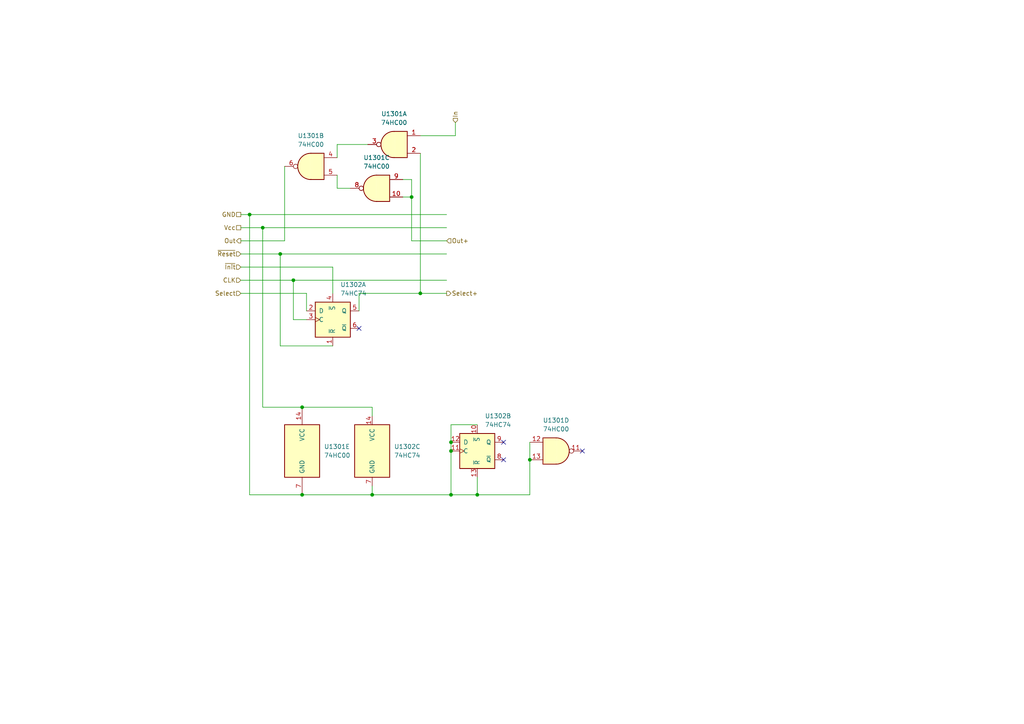
<source format=kicad_sch>
(kicad_sch (version 20231120) (generator "eeschema") (generator_version "8.0")
  (paper "A4")
  (title_block (title "SelectorDaisy") (comment 1 "When daisy chained, each selected outputs are accumlated by OR.") (comment 2 "CLK to update selection.") (comment 3 "Outputs input if selected."))
  (lib_symbols
    (symbol "74xx:74HC00" (pin_names (offset 1.016))
      (property "Reference" "U" (at 0 1.27 0))
      (property "Value" "74HC00" (at 0 -1.27 0))
      (symbol "74HC00_1_1"
        (arc (start 0 -3.81) (mid 3.7934 0) (end 0 3.81) (stroke (width 0.254)) (fill (type background)))
        (polyline (pts (xy 0 3.81) (xy -3.81 3.81) (xy -3.81 -3.81) (xy 0 -3.81)) (stroke (width 0.254)) (fill (type background)))
        (pin input line (at -7.62 2.54 0) (length 3.81) (name "~") (number "1"))
        (pin input line (at -7.62 -2.54 0) (length 3.81) (name "~") (number "2"))
        (pin output inverted (at 7.62 0 180) (length 3.81) (name "~") (number "3"))
      )
      (symbol "74HC00_1_2"
        (arc (start -3.81 -3.81) (mid -2.589 0) (end -3.81 3.81) (stroke (width 0.254)))
        (arc (start -0.6096 -3.81) (mid 2.1842 -2.5851) (end 3.81 0) (stroke (width 0.254)) (fill (type background)))
        (polyline (pts (xy -3.81 -3.81) (xy -0.635 -3.81)) (stroke (width 0.254)) (fill (type background)))
        (polyline (pts (xy -3.81 3.81) (xy -0.635 3.81)) (stroke (width 0.254)) (fill (type background)))
        (polyline (pts (xy -0.635 3.81) (xy -3.81 3.81) (xy -3.81 3.81) (xy -3.556 3.4036) (xy -3.0226 2.2606) (xy -2.6924 1.0414) (xy -2.6162 -0.254) (xy -2.7686 -1.4986) (xy -3.175 -2.7178) (xy -3.81 -3.81) (xy -3.81 -3.81) (xy -0.635 -3.81)) (stroke (width -25.4)) (fill (type background)))
        (arc (start 3.81 0) (mid 2.1915 2.5936) (end -0.6096 3.81) (stroke (width 0.254)) (fill (type background)))
        (pin input inverted (at -7.62 2.54 0) (length 4.318) (name "~") (number "1"))
        (pin input inverted (at -7.62 -2.54 0) (length 4.318) (name "~") (number "2"))
        (pin output line (at 7.62 0 180) (length 3.81) (name "~") (number "3"))
      )
      (symbol "74HC00_2_1"
        (arc (start 0 -3.81) (mid 3.7934 0) (end 0 3.81) (stroke (width 0.254)) (fill (type background)))
        (polyline (pts (xy 0 3.81) (xy -3.81 3.81) (xy -3.81 -3.81) (xy 0 -3.81)) (stroke (width 0.254)) (fill (type background)))
        (pin input line (at -7.62 2.54 0) (length 3.81) (name "~") (number "4"))
        (pin input line (at -7.62 -2.54 0) (length 3.81) (name "~") (number "5"))
        (pin output inverted (at 7.62 0 180) (length 3.81) (name "~") (number "6"))
      )
      (symbol "74HC00_2_2"
        (arc (start -3.81 -3.81) (mid -2.589 0) (end -3.81 3.81) (stroke (width 0.254)))
        (arc (start -0.6096 -3.81) (mid 2.1842 -2.5851) (end 3.81 0) (stroke (width 0.254)) (fill (type background)))
        (polyline (pts (xy -3.81 -3.81) (xy -0.635 -3.81)) (stroke (width 0.254)) (fill (type background)))
        (polyline (pts (xy -3.81 3.81) (xy -0.635 3.81)) (stroke (width 0.254)) (fill (type background)))
        (polyline (pts (xy -0.635 3.81) (xy -3.81 3.81) (xy -3.81 3.81) (xy -3.556 3.4036) (xy -3.0226 2.2606) (xy -2.6924 1.0414) (xy -2.6162 -0.254) (xy -2.7686 -1.4986) (xy -3.175 -2.7178) (xy -3.81 -3.81) (xy -3.81 -3.81) (xy -0.635 -3.81)) (stroke (width -25.4)) (fill (type background)))
        (arc (start 3.81 0) (mid 2.1915 2.5936) (end -0.6096 3.81) (stroke (width 0.254)) (fill (type background)))
        (pin input inverted (at -7.62 2.54 0) (length 4.318) (name "~") (number "4"))
        (pin input inverted (at -7.62 -2.54 0) (length 4.318) (name "~") (number "5"))
        (pin output line (at 7.62 0 180) (length 3.81) (name "~") (number "6"))
      )
      (symbol "74HC00_3_1"
        (arc (start 0 -3.81) (mid 3.7934 0) (end 0 3.81) (stroke (width 0.254)) (fill (type background)))
        (polyline (pts (xy 0 3.81) (xy -3.81 3.81) (xy -3.81 -3.81) (xy 0 -3.81)) (stroke (width 0.254)) (fill (type background)))
        (pin input line (at -7.62 -2.54 0) (length 3.81) (name "~") (number "10"))
        (pin output inverted (at 7.62 0 180) (length 3.81) (name "~") (number "8"))
        (pin input line (at -7.62 2.54 0) (length 3.81) (name "~") (number "9"))
      )
      (symbol "74HC00_3_2"
        (arc (start -3.81 -3.81) (mid -2.589 0) (end -3.81 3.81) (stroke (width 0.254)))
        (arc (start -0.6096 -3.81) (mid 2.1842 -2.5851) (end 3.81 0) (stroke (width 0.254)) (fill (type background)))
        (polyline (pts (xy -3.81 -3.81) (xy -0.635 -3.81)) (stroke (width 0.254)) (fill (type background)))
        (polyline (pts (xy -3.81 3.81) (xy -0.635 3.81)) (stroke (width 0.254)) (fill (type background)))
        (polyline (pts (xy -0.635 3.81) (xy -3.81 3.81) (xy -3.81 3.81) (xy -3.556 3.4036) (xy -3.0226 2.2606) (xy -2.6924 1.0414) (xy -2.6162 -0.254) (xy -2.7686 -1.4986) (xy -3.175 -2.7178) (xy -3.81 -3.81) (xy -3.81 -3.81) (xy -0.635 -3.81)) (stroke (width -25.4)) (fill (type background)))
        (arc (start 3.81 0) (mid 2.1915 2.5936) (end -0.6096 3.81) (stroke (width 0.254)) (fill (type background)))
        (pin input inverted (at -7.62 -2.54 0) (length 4.318) (name "~") (number "10"))
        (pin output line (at 7.62 0 180) (length 3.81) (name "~") (number "8"))
        (pin input inverted (at -7.62 2.54 0) (length 4.318) (name "~") (number "9"))
      )
      (symbol "74HC00_4_1"
        (arc (start 0 -3.81) (mid 3.7934 0) (end 0 3.81) (stroke (width 0.254)) (fill (type background)))
        (polyline (pts (xy 0 3.81) (xy -3.81 3.81) (xy -3.81 -3.81) (xy 0 -3.81)) (stroke (width 0.254)) (fill (type background)))
        (pin output inverted (at 7.62 0 180) (length 3.81) (name "~") (number "11"))
        (pin input line (at -7.62 2.54 0) (length 3.81) (name "~") (number "12"))
        (pin input line (at -7.62 -2.54 0) (length 3.81) (name "~") (number "13"))
      )
      (symbol "74HC00_4_2"
        (arc (start -3.81 -3.81) (mid -2.589 0) (end -3.81 3.81) (stroke (width 0.254)))
        (arc (start -0.6096 -3.81) (mid 2.1842 -2.5851) (end 3.81 0) (stroke (width 0.254)) (fill (type background)))
        (polyline (pts (xy -3.81 -3.81) (xy -0.635 -3.81)) (stroke (width 0.254)) (fill (type background)))
        (polyline (pts (xy -3.81 3.81) (xy -0.635 3.81)) (stroke (width 0.254)) (fill (type background)))
        (polyline (pts (xy -0.635 3.81) (xy -3.81 3.81) (xy -3.81 3.81) (xy -3.556 3.4036) (xy -3.0226 2.2606) (xy -2.6924 1.0414) (xy -2.6162 -0.254) (xy -2.7686 -1.4986) (xy -3.175 -2.7178) (xy -3.81 -3.81) (xy -3.81 -3.81) (xy -0.635 -3.81)) (stroke (width -25.4)) (fill (type background)))
        (arc (start 3.81 0) (mid 2.1915 2.5936) (end -0.6096 3.81) (stroke (width 0.254)) (fill (type background)))
        (pin output line (at 7.62 0 180) (length 3.81) (name "~") (number "11"))
        (pin input inverted (at -7.62 2.54 0) (length 4.318) (name "~") (number "12"))
        (pin input inverted (at -7.62 -2.54 0) (length 4.318) (name "~") (number "13"))
      )
      (symbol "74HC00_5_0"
        (pin power_in line (at 0 12.7 270) (length 5.08) (name "VCC") (number "14"))
        (pin power_in line (at 0 -12.7 90) (length 5.08) (name "GND") (number "7"))
      )
      (symbol "74HC00_5_1"
        (rectangle (start -5.08 7.62) (end 5.08 -7.62) (stroke (width 0.254)) (fill (type background)))
      )
    )
    (symbol "74xx:74HC74" (pin_names (offset 1.016))
      (property "Reference" "U" (at -7.62 8.89 0))
      (property "Value" "74HC74" (at -7.62 -8.89 0))
      (symbol "74HC74_1_0"
        (pin input line (at 0 -7.62 90) (length 2.54) (name "~{R}") (number "1"))
        (pin input line (at -7.62 2.54 0) (length 2.54) (name "D") (number "2"))
        (pin input clock (at -7.62 0 0) (length 2.54) (name "C") (number "3"))
        (pin input line (at 0 7.62 270) (length 2.54) (name "~{S}") (number "4"))
        (pin output line (at 7.62 2.54 180) (length 2.54) (name "Q") (number "5"))
        (pin output line (at 7.62 -2.54 180) (length 2.54) (name "~{Q}") (number "6"))
      )
      (symbol "74HC74_1_1"
        (rectangle (start -5.08 5.08) (end 5.08 -5.08) (stroke (width 0.254)) (fill (type background)))
      )
      (symbol "74HC74_2_0"
        (pin input line (at 0 7.62 270) (length 2.54) (name "~{S}") (number "10"))
        (pin input clock (at -7.62 0 0) (length 2.54) (name "C") (number "11"))
        (pin input line (at -7.62 2.54 0) (length 2.54) (name "D") (number "12"))
        (pin input line (at 0 -7.62 90) (length 2.54) (name "~{R}") (number "13"))
        (pin output line (at 7.62 -2.54 180) (length 2.54) (name "~{Q}") (number "8"))
        (pin output line (at 7.62 2.54 180) (length 2.54) (name "Q") (number "9"))
      )
      (symbol "74HC74_2_1"
        (rectangle (start -5.08 5.08) (end 5.08 -5.08) (stroke (width 0.254)) (fill (type background)))
      )
      (symbol "74HC74_3_0"
        (pin power_in line (at 0 10.16 270) (length 2.54) (name "VCC") (number "14"))
        (pin power_in line (at 0 -10.16 90) (length 2.54) (name "GND") (number "7"))
      )
      (symbol "74HC74_3_1"
        (rectangle (start -5.08 7.62) (end 5.08 -7.62) (stroke (width 0.254)) (fill (type background)))
      )
    )
  )
  (junction (at 130.81 128.27))
  (junction (at 72.39 62.23))
  (junction (at 119.38 57.15))
  (junction (at 81.28 73.66))
  (junction (at 87.63 143.51))
  (junction (at 138.43 143.51))
  (junction (at 121.92 85.09))
  (junction (at 76.2 66.04))
  (junction (at 130.81 143.51))
  (junction (at 130.81 130.81))
  (junction (at 87.63 118.11))
  (junction (at 85.09 81.28))
  (junction (at 107.95 143.51))
  (junction (at 153.67 133.35))
  (no_connect (at 104.14 95.25))
  (no_connect (at 168.91 130.81))
  (no_connect (at 146.05 128.27))
  (no_connect (at 146.05 133.35))
  (wire (pts (xy 119.38 57.15) (xy 119.38 69.85)))
  (wire (pts (xy 97.79 54.61) (xy 101.6 54.61)))
  (wire (pts (xy 121.92 39.37) (xy 132.08 39.37)))
  (wire (pts (xy 97.79 41.91) (xy 97.79 45.72)))
  (wire (pts (xy 69.85 73.66) (xy 81.28 73.66)))
  (wire (pts (xy 130.81 143.51) (xy 107.95 143.51)))
  (wire (pts (xy 107.95 120.65) (xy 107.95 118.11)))
  (wire (pts (xy 104.14 85.09) (xy 104.14 90.17)))
  (wire (pts (xy 85.09 81.28) (xy 129.54 81.28)))
  (wire (pts (xy 130.81 143.51) (xy 138.43 143.51)))
  (wire (pts (xy 132.08 39.37) (xy 132.08 35.56)))
  (wire (pts (xy 69.85 81.28) (xy 85.09 81.28)))
  (wire (pts (xy 88.9 85.09) (xy 88.9 90.17)))
  (wire (pts (xy 72.39 62.23) (xy 129.54 62.23)))
  (wire (pts (xy 72.39 143.51) (xy 87.63 143.51)))
  (wire (pts (xy 76.2 66.04) (xy 129.54 66.04)))
  (wire (pts (xy 138.43 123.19) (xy 130.81 123.19)))
  (wire (pts (xy 85.09 81.28) (xy 85.09 92.71)))
  (wire (pts (xy 87.63 118.11) (xy 107.95 118.11)))
  (wire (pts (xy 138.43 138.43) (xy 138.43 143.51)))
  (wire (pts (xy 87.63 143.51) (xy 107.95 143.51)))
  (wire (pts (xy 130.81 130.81) (xy 130.81 143.51)))
  (wire (pts (xy 76.2 118.11) (xy 76.2 66.04)))
  (wire (pts (xy 106.68 41.91) (xy 97.79 41.91)))
  (wire (pts (xy 96.52 100.33) (xy 81.28 100.33)))
  (wire (pts (xy 116.84 52.07) (xy 119.38 52.07)))
  (wire (pts (xy 121.92 85.09) (xy 104.14 85.09)))
  (wire (pts (xy 82.55 48.26) (xy 82.55 69.85)))
  (wire (pts (xy 153.67 143.51) (xy 153.67 133.35)))
  (wire (pts (xy 69.85 85.09) (xy 88.9 85.09)))
  (wire (pts (xy 69.85 62.23) (xy 72.39 62.23)))
  (wire (pts (xy 88.9 92.71) (xy 85.09 92.71)))
  (wire (pts (xy 119.38 52.07) (xy 119.38 57.15)))
  (wire (pts (xy 97.79 50.8) (xy 97.79 54.61)))
  (wire (pts (xy 121.92 44.45) (xy 121.92 85.09)))
  (wire (pts (xy 119.38 69.85) (xy 129.54 69.85)))
  (wire (pts (xy 116.84 57.15) (xy 119.38 57.15)))
  (wire (pts (xy 69.85 77.47) (xy 96.52 77.47)))
  (wire (pts (xy 76.2 118.11) (xy 87.63 118.11)))
  (wire (pts (xy 130.81 123.19) (xy 130.81 128.27)))
  (wire (pts (xy 121.92 85.09) (xy 129.54 85.09)))
  (wire (pts (xy 153.67 133.35) (xy 153.67 128.27)))
  (wire (pts (xy 138.43 143.51) (xy 153.67 143.51)))
  (wire (pts (xy 130.81 128.27) (xy 130.81 130.81)))
  (wire (pts (xy 107.95 143.51) (xy 107.95 140.97)))
  (wire (pts (xy 72.39 62.23) (xy 72.39 143.51)))
  (wire (pts (xy 81.28 73.66) (xy 129.54 73.66)))
  (wire (pts (xy 81.28 73.66) (xy 81.28 100.33)))
  (wire (pts (xy 69.85 69.85) (xy 82.55 69.85)))
  (wire (pts (xy 96.52 77.47) (xy 96.52 85.09)))
  (wire (pts (xy 69.85 66.04) (xy 76.2 66.04)))
  (hierarchical_label "Out" (shape output) (at 69.85 69.85 180))
  (hierarchical_label "~{Reset}" (shape input) (at 69.85 73.66 180))
  (hierarchical_label "In" (shape input) (at 132.08 35.56 90))
  (hierarchical_label "Select+" (shape output) (at 129.54 85.09 0))
  (hierarchical_label "CLK" (shape input) (at 69.85 81.28 180))
  (hierarchical_label "GND" (shape passive) (at 69.85 62.23 180))
  (hierarchical_label "Out+" (shape input) (at 129.54 69.85 0))
  (hierarchical_label "~{Init}" (shape input) (at 69.85 77.47 180))
  (hierarchical_label "Select" (shape input) (at 69.85 85.09 180))
  (hierarchical_label "Vcc" (shape passive) (at 69.85 66.04 180))
  (symbol (lib_id "74xx:74HC00") (at 87.63 130.81 0) (unit 5)
    (property "Reference" "U1301" (at 93.98 129.5399 0) (effects (justify left)))
    (property "Value" "74HC00" (at 93.98 132.0799 0) (effects (justify left)))
    (property "Footprint" "Package_DFN_QFN:WQFN-14-1EP_2.5x2.5mm_P0.5mm_EP1.45x1.45mm" (effects (hide yes)))
    (property "Datasheet" "http://www.ti.com/lit/gpn/sn74hc00" (effects (hide yes)))
    (property "Description" "quad 2-input NAND gate" (effects (hide yes)))
    (property "Manufacturer Part number" "SN74HCS00BQAR" (effects (hide yes)))
    (property "Original" "N" (effects (hide yes)))
    (property "Purchase Link" "https://www.digikey.com/en/products/detail/texas-instruments/SN74HCS00BQAR/13896419" (effects (hide yes)))
    (instances (project "KeyboardBase" (path "" (reference "U1301") (unit 5)) (path "" (reference "U901") (unit 5)) (path "" (reference "U1101") (unit 5)) (path "" (reference "U1501") (unit 5)) (path "" (reference "U301") (unit 5)) (path "" (reference "U701") (unit 5)) (path "" (reference "U501") (unit 5))))
  )
  (symbol (lib_id "74xx:74HC74") (at 107.95 130.81 0) (unit 3)
    (property "Reference" "U1302" (at 114.3 129.5399 0) (effects (justify left)))
    (property "Value" "74HC74" (at 114.3 132.0799 0) (effects (justify left)))
    (property "Footprint" "Package_DFN_QFN:WQFN-14-1EP_2.5x2.5mm_P0.5mm_EP1.45x1.45mm" (effects (hide yes)))
    (property "Datasheet" "74xx/74hc_hct74.pdf" (effects (hide yes)))
    (property "Description" "Dual D Flip-flop, Set & Reset" (effects (hide yes)))
    (property "Manufacturer Part number" "SN74HCS74BQAR" (effects (hide yes)))
    (property "Original" "N" (effects (hide yes)))
    (property "Purchase Link" "https://www.digikey.com/en/products/detail/texas-instruments/SN74HCS74BQAR/13896426" (effects (hide yes)))
    (instances (project "KeyboardBase" (path "" (reference "U1302") (unit 3)) (path "" (reference "U902") (unit 3)) (path "" (reference "U1102") (unit 3)) (path "" (reference "U1502") (unit 3)) (path "" (reference "U302") (unit 3)) (path "" (reference "U702") (unit 3)) (path "" (reference "U502") (unit 3))))
  )
  (symbol (lib_id "74xx:74HC00") (at 114.3 41.91 0) (mirror y) (unit 1)
    (property "Reference" "U1301" (at 114.3083 33.02 0))
    (property "Value" "74HC00" (at 114.3083 35.56 0))
    (property "Footprint" "Package_DFN_QFN:WQFN-14-1EP_2.5x2.5mm_P0.5mm_EP1.45x1.45mm" (effects (hide yes)))
    (property "Datasheet" "http://www.ti.com/lit/gpn/sn74hc00" (effects (hide yes)))
    (property "Description" "quad 2-input NAND gate" (effects (hide yes)))
    (property "Manufacturer Part number" "SN74HCS00BQAR" (effects (hide yes)))
    (property "Original" "N" (effects (hide yes)))
    (property "Purchase Link" "https://www.digikey.com/en/products/detail/texas-instruments/SN74HCS00BQAR/13896419" (effects (hide yes)))
    (instances (project "KeyboardBase" (path "" (reference "U1301") (unit 1)) (path "" (reference "U901") (unit 1)) (path "" (reference "U1101") (unit 1)) (path "" (reference "U1501") (unit 1)) (path "" (reference "U301") (unit 1)) (path "" (reference "U701") (unit 1)) (path "" (reference "U501") (unit 1))))
  )
  (symbol (lib_id "74xx:74HC74") (at 96.52 92.71 0) (unit 1)
    (property "Reference" "U1302" (at 98.7141 82.55 0) (effects (justify left)))
    (property "Value" "74HC74" (at 98.7141 85.09 0) (effects (justify left)))
    (property "Footprint" "Package_DFN_QFN:WQFN-14-1EP_2.5x2.5mm_P0.5mm_EP1.45x1.45mm" (effects (hide yes)))
    (property "Datasheet" "74xx/74hc_hct74.pdf" (effects (hide yes)))
    (property "Description" "Dual D Flip-flop, Set & Reset" (effects (hide yes)))
    (property "Manufacturer Part number" "SN74HCS74BQAR" (effects (hide yes)))
    (property "Original" "N" (effects (hide yes)))
    (property "Purchase Link" "https://www.digikey.com/en/products/detail/texas-instruments/SN74HCS74BQAR/13896426" (effects (hide yes)))
    (instances (project "KeyboardBase" (path "" (reference "U1302") (unit 1)) (path "" (reference "U902") (unit 1)) (path "" (reference "U1102") (unit 1)) (path "" (reference "U1502") (unit 1)) (path "" (reference "U302") (unit 1)) (path "" (reference "U702") (unit 1)) (path "" (reference "U502") (unit 1))))
  )
  (symbol (lib_id "74xx:74HC00") (at 161.29 130.81 0) (unit 4)
    (property "Reference" "U1301" (at 161.2817 121.92 0))
    (property "Value" "74HC00" (at 161.2817 124.46 0))
    (property "Footprint" "Package_DFN_QFN:WQFN-14-1EP_2.5x2.5mm_P0.5mm_EP1.45x1.45mm" (effects (hide yes)))
    (property "Datasheet" "http://www.ti.com/lit/gpn/sn74hc00" (effects (hide yes)))
    (property "Description" "quad 2-input NAND gate" (effects (hide yes)))
    (property "Manufacturer Part number" "SN74HCS00BQAR" (effects (hide yes)))
    (property "Original" "N" (effects (hide yes)))
    (property "Purchase Link" "https://www.digikey.com/en/products/detail/texas-instruments/SN74HCS00BQAR/13896419" (effects (hide yes)))
    (instances (project "KeyboardBase" (path "" (reference "U1301") (unit 4)) (path "" (reference "U901") (unit 4)) (path "" (reference "U1101") (unit 4)) (path "" (reference "U1501") (unit 4)) (path "" (reference "U301") (unit 4)) (path "" (reference "U701") (unit 4)) (path "" (reference "U501") (unit 4))))
  )
  (symbol (lib_id "74xx:74HC74") (at 138.43 130.81 0) (unit 2)
    (property "Reference" "U1302" (at 140.6241 120.65 0) (effects (justify left)))
    (property "Value" "74HC74" (at 140.6241 123.19 0) (effects (justify left)))
    (property "Footprint" "Package_DFN_QFN:WQFN-14-1EP_2.5x2.5mm_P0.5mm_EP1.45x1.45mm" (effects (hide yes)))
    (property "Datasheet" "74xx/74hc_hct74.pdf" (effects (hide yes)))
    (property "Description" "Dual D Flip-flop, Set & Reset" (effects (hide yes)))
    (property "Manufacturer Part number" "SN74HCS74BQAR" (effects (hide yes)))
    (property "Original" "N" (effects (hide yes)))
    (property "Purchase Link" "https://www.digikey.com/en/products/detail/texas-instruments/SN74HCS74BQAR/13896426" (effects (hide yes)))
    (instances (project "KeyboardBase" (path "" (reference "U1302") (unit 2)) (path "" (reference "U902") (unit 2)) (path "" (reference "U1102") (unit 2)) (path "" (reference "U1502") (unit 2)) (path "" (reference "U302") (unit 2)) (path "" (reference "U702") (unit 2)) (path "" (reference "U502") (unit 2))))
  )
  (symbol (lib_id "74xx:74HC00") (at 109.22 54.61 0) (mirror y) (unit 3)
    (property "Reference" "U1301" (at 109.2283 45.72 0))
    (property "Value" "74HC00" (at 109.2283 48.26 0))
    (property "Footprint" "Package_DFN_QFN:WQFN-14-1EP_2.5x2.5mm_P0.5mm_EP1.45x1.45mm" (effects (hide yes)))
    (property "Datasheet" "http://www.ti.com/lit/gpn/sn74hc00" (effects (hide yes)))
    (property "Description" "quad 2-input NAND gate" (effects (hide yes)))
    (property "Manufacturer Part number" "SN74HCS00BQAR" (effects (hide yes)))
    (property "Original" "N" (effects (hide yes)))
    (property "Purchase Link" "https://www.digikey.com/en/products/detail/texas-instruments/SN74HCS00BQAR/13896419" (effects (hide yes)))
    (instances (project "KeyboardBase" (path "" (reference "U1301") (unit 3)) (path "" (reference "U901") (unit 3)) (path "" (reference "U1101") (unit 3)) (path "" (reference "U1501") (unit 3)) (path "" (reference "U301") (unit 3)) (path "" (reference "U701") (unit 3)) (path "" (reference "U501") (unit 3))))
  )
  (symbol (lib_id "74xx:74HC00") (at 90.17 48.26 0) (mirror y) (unit 2)
    (property "Reference" "U1301" (at 90.1783 39.37 0))
    (property "Value" "74HC00" (at 90.1783 41.91 0))
    (property "Footprint" "Package_DFN_QFN:WQFN-14-1EP_2.5x2.5mm_P0.5mm_EP1.45x1.45mm" (effects (hide yes)))
    (property "Datasheet" "http://www.ti.com/lit/gpn/sn74hc00" (effects (hide yes)))
    (property "Description" "quad 2-input NAND gate" (effects (hide yes)))
    (property "Manufacturer Part number" "SN74HCS00BQAR" (effects (hide yes)))
    (property "Original" "N" (effects (hide yes)))
    (property "Purchase Link" "https://www.digikey.com/en/products/detail/texas-instruments/SN74HCS00BQAR/13896419" (effects (hide yes)))
    (instances (project "KeyboardBase" (path "" (reference "U1301") (unit 2)) (path "" (reference "U901") (unit 2)) (path "" (reference "U1101") (unit 2)) (path "" (reference "U1501") (unit 2)) (path "" (reference "U301") (unit 2)) (path "" (reference "U701") (unit 2)) (path "" (reference "U501") (unit 2))))
  )
)
</source>
